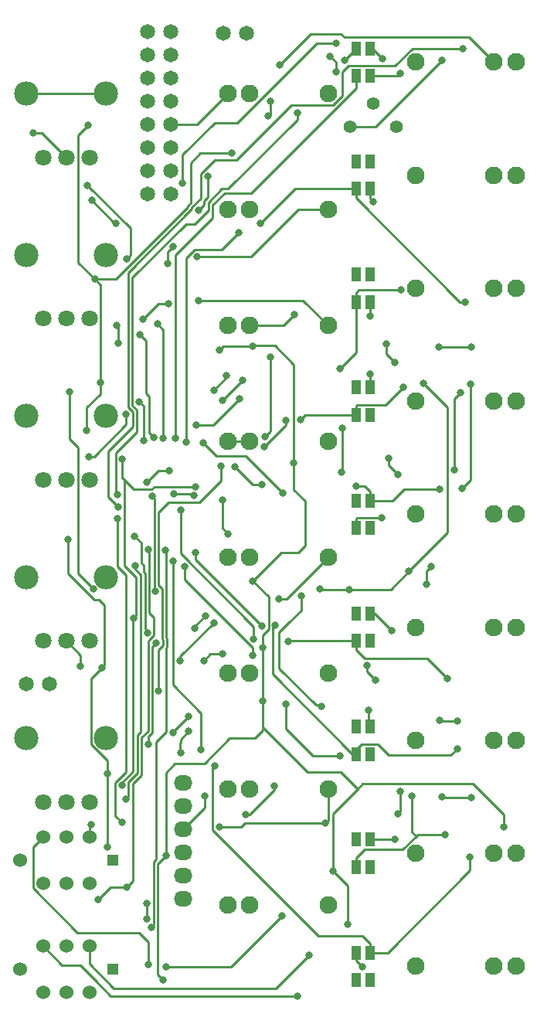
<source format=gbl>
G04 #@! TF.GenerationSoftware,KiCad,Pcbnew,(6.0.5-0)*
G04 #@! TF.CreationDate,2022-05-16T13:08:36-07:00*
G04 #@! TF.ProjectId,SCMplus,53434d70-6c75-4732-9e6b-696361645f70,rev?*
G04 #@! TF.SameCoordinates,PX85b6780PY82ed558*
G04 #@! TF.FileFunction,Copper,L2,Bot*
G04 #@! TF.FilePolarity,Positive*
%FSLAX46Y46*%
G04 Gerber Fmt 4.6, Leading zero omitted, Abs format (unit mm)*
G04 Created by KiCad (PCBNEW (6.0.5-0)) date 2022-05-16 13:08:36*
%MOMM*%
%LPD*%
G01*
G04 APERTURE LIST*
G04 #@! TA.AperFunction,ComponentPad*
%ADD10C,1.651000*%
G04 #@! TD*
G04 #@! TA.AperFunction,ComponentPad*
%ADD11C,1.397000*%
G04 #@! TD*
G04 #@! TA.AperFunction,ComponentPad*
%ADD12O,2.032000X1.727200*%
G04 #@! TD*
G04 #@! TA.AperFunction,ComponentPad*
%ADD13C,1.930400*%
G04 #@! TD*
G04 #@! TA.AperFunction,ComponentPad*
%ADD14C,1.524000*%
G04 #@! TD*
G04 #@! TA.AperFunction,ComponentPad*
%ADD15R,1.270000X1.270000*%
G04 #@! TD*
G04 #@! TA.AperFunction,ComponentPad*
%ADD16C,1.803400*%
G04 #@! TD*
G04 #@! TA.AperFunction,ComponentPad*
%ADD17C,2.667000*%
G04 #@! TD*
G04 #@! TA.AperFunction,SMDPad,CuDef*
%ADD18R,1.100000X1.500000*%
G04 #@! TD*
G04 #@! TA.AperFunction,ViaPad*
%ADD19C,0.800000*%
G04 #@! TD*
G04 #@! TA.AperFunction,Conductor*
%ADD20C,0.250000*%
G04 #@! TD*
G04 APERTURE END LIST*
D10*
X-115457448Y46501280D03*
X-117997448Y46501280D03*
X-104658000Y117977000D03*
X-102118000Y117977000D03*
X-104658000Y115437000D03*
X-102118000Y115437000D03*
X-104658000Y112897000D03*
X-102118000Y112897000D03*
X-104658000Y110357000D03*
X-102118000Y110357000D03*
X-104658000Y107817000D03*
X-102118000Y107817000D03*
X-104658000Y105277000D03*
X-102118000Y105277000D03*
X-104658000Y102737000D03*
X-102118000Y102737000D03*
X-104658000Y100197000D03*
X-102118000Y100197000D03*
D11*
X-82468000Y107537000D03*
X-79928000Y110077000D03*
X-77388000Y107537000D03*
D12*
X-100748000Y35687000D03*
X-100748000Y33147000D03*
X-100748000Y30607000D03*
X-100748000Y28067000D03*
X-100748000Y25527000D03*
X-100748000Y22987000D03*
D10*
X-93838000Y117787000D03*
X-96378000Y117787000D03*
D13*
X-75297000Y102236500D03*
X-64324200Y102236500D03*
X-66737200Y102236500D03*
D14*
X-111060200Y24614100D03*
X-113600200Y24614100D03*
X-116140200Y24614100D03*
X-111060200Y29694100D03*
X-113600200Y29694100D03*
X-116140200Y29694100D03*
D15*
X-108520200Y27154100D03*
D14*
X-118680200Y27154100D03*
D13*
X-84898200Y111177300D03*
X-95871000Y111177300D03*
X-93458000Y111177300D03*
X-84898200Y85777300D03*
X-95871000Y85777300D03*
X-93458000Y85777300D03*
D16*
X-111060363Y68859057D03*
X-113600363Y68859057D03*
X-116140363Y68859057D03*
D17*
X-109206163Y75869457D03*
X-117994563Y75869457D03*
D18*
X-81830580Y29441500D03*
X-81830580Y26441500D03*
X-80330580Y26441500D03*
X-80330580Y29441500D03*
D13*
X-75297000Y89854000D03*
X-64324200Y89854000D03*
X-66737200Y89854000D03*
X-75297000Y77471500D03*
X-64324200Y77471500D03*
X-66737200Y77471500D03*
D16*
X-111060363Y86512057D03*
X-113600363Y86512057D03*
X-116140363Y86512057D03*
D17*
X-109206163Y93522457D03*
X-117994563Y93522457D03*
D16*
X-111060363Y33553057D03*
X-113600363Y33553057D03*
X-116140363Y33553057D03*
D17*
X-109206163Y40563457D03*
X-117994563Y40563457D03*
D13*
X-75297000Y15559000D03*
X-64324200Y15559000D03*
X-66737200Y15559000D03*
X-84898200Y47677300D03*
X-95871000Y47677300D03*
X-93458000Y47677300D03*
X-84898200Y22277300D03*
X-95871000Y22277300D03*
X-93458000Y22277300D03*
D14*
X-111060200Y12676100D03*
X-113600200Y12676100D03*
X-116140200Y12676100D03*
X-111060200Y17756100D03*
X-113600200Y17756100D03*
X-116140200Y17756100D03*
D15*
X-108520200Y15216100D03*
D14*
X-118680200Y15216100D03*
D13*
X-75297000Y114619000D03*
X-64324200Y114619000D03*
X-66737200Y114619000D03*
X-84898200Y60377300D03*
X-95871000Y60377300D03*
X-93458000Y60377300D03*
X-75297000Y27941500D03*
X-64324200Y27941500D03*
X-66737200Y27941500D03*
X-75297000Y52706500D03*
X-64324200Y52706500D03*
X-66737200Y52706500D03*
X-84898200Y73077300D03*
X-95871000Y73077300D03*
X-93458000Y73077300D03*
X-84898200Y34977300D03*
X-95871000Y34977300D03*
X-93458000Y34977300D03*
D18*
X-81830580Y78971500D03*
X-81830580Y75971500D03*
X-80330580Y75971500D03*
X-80330580Y78971500D03*
D16*
X-111060363Y51206057D03*
X-113600363Y51206057D03*
X-116140363Y51206057D03*
D17*
X-109206163Y58216457D03*
X-117994563Y58216457D03*
D18*
X-81830580Y116119000D03*
X-81830580Y113119000D03*
X-80330580Y113119000D03*
X-80330580Y116119000D03*
D16*
X-111060363Y104165057D03*
X-113600363Y104165057D03*
X-116140363Y104165057D03*
D17*
X-109206163Y111175457D03*
X-117994563Y111175457D03*
D18*
X-81830580Y91354000D03*
X-81830580Y88354000D03*
X-80330580Y88354000D03*
X-80330580Y91354000D03*
X-81830580Y54206500D03*
X-81830580Y51206500D03*
X-80330580Y51206500D03*
X-80330580Y54206500D03*
D13*
X-75297000Y40324000D03*
X-64324200Y40324000D03*
X-66737200Y40324000D03*
D18*
X-81830580Y103736500D03*
X-81830580Y100736500D03*
X-80330580Y100736500D03*
X-80330580Y103736500D03*
X-80330580Y63589000D03*
X-80330580Y66589000D03*
X-81830580Y66589000D03*
X-81830580Y63589000D03*
X-81830580Y41824000D03*
X-81830580Y38824000D03*
X-80330580Y38824000D03*
X-80330580Y41824000D03*
D13*
X-75297000Y65089000D03*
X-64324200Y65089000D03*
X-66737200Y65089000D03*
X-84898200Y98477300D03*
X-95871000Y98477300D03*
X-93458000Y98477300D03*
D18*
X-80330580Y14059000D03*
X-80330580Y17059000D03*
X-81830580Y17059000D03*
X-81830580Y14059000D03*
D19*
X-96439000Y49802000D03*
X-98519000Y49058000D03*
X-109875000Y79520000D03*
X-105491000Y84730000D03*
X-74144000Y57415000D03*
X-73641000Y59398000D03*
X-72398000Y34117000D03*
X-98358000Y53987000D03*
X-101913896Y41136300D03*
X-94255173Y79732105D03*
X-96428000Y77577000D03*
X-98428000Y34227000D03*
X-72388000Y114837000D03*
X-69208000Y34077000D03*
X-72778000Y83367000D03*
X-69238000Y83447000D03*
X-99518000Y52607000D03*
X-100180655Y42939521D03*
X-99248000Y93327000D03*
X-108138000Y96957000D03*
X-110808000Y99467000D03*
X-90248000Y55827000D03*
X-105218000Y86457000D03*
X-108048000Y85767000D03*
X-102418000Y88177000D03*
X-99118000Y88517000D03*
X-107858000Y83817000D03*
X-102638000Y15537000D03*
X-104618000Y15787000D03*
X-89958000Y21127000D03*
X-110855839Y31122500D03*
X-96798000Y30797000D03*
X-85158000Y31217000D03*
X-88228000Y12327000D03*
X-86988000Y16757000D03*
X-107918000Y65877000D03*
X-70108000Y116097000D03*
X-106998000Y24197000D03*
X-104628000Y61237000D03*
X-110068000Y22847000D03*
X-102938000Y73457000D03*
X-111258000Y101127000D03*
X-106978151Y93037151D03*
X-103578000Y85917000D03*
X-104028000Y73517000D03*
X-102729489Y61166234D03*
X-104292500Y19837000D03*
X-105081309Y73205200D03*
X-105565000Y77416000D03*
X-108008000Y67217000D03*
X-88238000Y109037000D03*
X-104748000Y68577000D03*
X-102288000Y69867000D03*
X-103794969Y56627000D03*
X-104198000Y67057000D03*
X-103453989Y45722500D03*
X-96598000Y70367000D03*
X-93118000Y57787000D03*
X-92088000Y44657000D03*
X-93178000Y83467000D03*
X-84378000Y26047000D03*
X-88638000Y70667000D03*
X-96790701Y83059701D03*
X-82728000Y20187000D03*
X-92088000Y50437000D03*
X-102958000Y14037000D03*
X-65678000Y30837000D03*
X-98078000Y102117000D03*
X-91228000Y110347000D03*
X-99088000Y98397000D03*
X-102678000Y27687000D03*
X-91428000Y108707000D03*
X-101888000Y94397000D03*
X-110619087Y56897312D03*
X-113248000Y78507000D03*
X-95998000Y80237000D03*
X-100838000Y101347000D03*
X-102478000Y92537000D03*
X-103738389Y51017389D03*
X-84018000Y116647000D03*
X-97418000Y78677000D03*
X-104562000Y39875000D03*
X-109629496Y48312500D03*
X-95448000Y104627000D03*
X-111347000Y74248000D03*
X-111188000Y107707000D03*
X-109068000Y36687000D03*
X-104764085Y20718257D03*
X-110448000Y90827000D03*
X-74461378Y79421500D03*
X-101757039Y67345492D03*
X-85818000Y56867000D03*
X-109068000Y28637000D03*
X-104742011Y22487000D03*
X-82598000Y56857000D03*
X-113358000Y62307000D03*
X-99558000Y67131500D03*
X-76038000Y58847000D03*
X-92308000Y96917000D03*
X-94658000Y95947000D03*
X-69848000Y88337000D03*
X-100478000Y73017000D03*
X-77238000Y32297000D03*
X-80608000Y48557000D03*
X-78278000Y71247000D03*
X-79708000Y46917000D03*
X-77588000Y81697000D03*
X-78508000Y83717000D03*
X-77248000Y69417000D03*
X-76948000Y34747000D03*
X-95095399Y70274200D03*
X-83628000Y81027000D03*
X-76868000Y89667000D03*
X-83388000Y69667000D03*
X-83328000Y74557000D03*
X-92158000Y68337000D03*
X-91878000Y72467000D03*
X-89528000Y75407000D03*
X-87888000Y75487000D03*
X-76608000Y79007000D03*
X-83628000Y38597000D03*
X-89528000Y44317000D03*
X-75698000Y34197000D03*
X-93168000Y49647000D03*
X-100648000Y59357000D03*
X-72098000Y30017000D03*
X-70393677Y78428226D03*
X-71058000Y69907000D03*
X-97349846Y37543283D03*
X-101880300Y59934700D03*
X-98818000Y39337000D03*
X-69328000Y27497000D03*
X-70698000Y42397000D03*
X-72678000Y42527000D03*
X-84052347Y113547333D03*
X-84660299Y115219299D03*
X-90208000Y114327000D03*
X-107433500Y71102774D03*
X-91805299Y73564299D03*
X-91178000Y82307000D03*
X-99447597Y68124886D03*
X-88558000Y87007000D03*
X-106198000Y53667000D03*
X-107477510Y35387000D03*
X-81108000Y15487000D03*
X-77558000Y29497000D03*
X-80458000Y43587000D03*
X-77938000Y52327000D03*
X-78978000Y64727000D03*
X-80258000Y80437000D03*
X-80278000Y86767000D03*
X-79951000Y99299000D03*
X-78898000Y114987000D03*
X-76998000Y113357000D03*
X-83078000Y114817000D03*
X-101608000Y73377000D03*
X-93928000Y32167000D03*
X-96468000Y66637000D03*
X-85658000Y44077000D03*
X-87828000Y56187000D03*
X-95838102Y62961500D03*
X-90828000Y35347000D03*
X-70198000Y67917000D03*
X-81818000Y68177000D03*
X-98578000Y72897000D03*
X-69308000Y79337000D03*
X-89828000Y67377000D03*
X-72658000Y67857000D03*
X-89238000Y51167000D03*
X-101034000Y65514000D03*
X-93032774Y51366372D03*
X-71798000Y47087000D03*
X-70748000Y39387000D03*
X-99408000Y60857000D03*
X-92128498Y52817000D03*
X-90678000Y52917000D03*
X-107988000Y64637000D03*
X-107484843Y31322500D03*
X-106088000Y62667000D03*
X-104693990Y52110987D03*
X-107028000Y33857000D03*
X-106066913Y59480512D03*
X-100148000Y41327000D03*
X-101038000Y38927000D03*
X-117178000Y106847000D03*
X-94568000Y77747000D03*
X-111100000Y71428000D03*
X-107038000Y76037000D03*
X-99308000Y74877000D03*
X-112038000Y48467000D03*
X-97378000Y53207000D03*
X-101083000Y49037000D03*
D20*
X-110517000Y71428000D02*
X-111100000Y71428000D01*
X-107038000Y74907000D02*
X-110517000Y71428000D01*
X-107038000Y76037000D02*
X-107038000Y74907000D01*
X-104562000Y40767296D02*
X-104562000Y39875000D01*
X-104178490Y50577288D02*
X-104178489Y41150807D01*
X-103738389Y51017389D02*
X-104178490Y50577288D01*
X-104178489Y41150807D02*
X-104562000Y40767296D01*
X-96598000Y70367000D02*
X-96598000Y68782983D01*
X-96598000Y68782983D02*
X-98985998Y66394985D01*
X-98985998Y66394985D02*
X-102348377Y66394985D01*
X-102348377Y66394985D02*
X-103453989Y65289373D01*
X-103453989Y65289373D02*
X-103453989Y57310620D01*
X-103453989Y57310620D02*
X-103063499Y56920130D01*
X-103063499Y56920130D02*
X-103063499Y51367099D01*
X-103063499Y51367099D02*
X-103013888Y51317488D01*
X-103013888Y51317488D02*
X-103013888Y50717290D01*
X-103472141Y50259037D02*
X-103472141Y45740652D01*
X-103472141Y45740652D02*
X-103453989Y45722500D01*
X-103013888Y50717290D02*
X-103472141Y50259037D01*
X-101034000Y60767600D02*
X-101034000Y65514000D01*
X-93032774Y52766374D02*
X-101034000Y60767600D01*
X-93032774Y51366372D02*
X-93032774Y52766374D01*
X-101083000Y49502000D02*
X-101083000Y49037000D01*
X-97378000Y53207000D02*
X-101083000Y49502000D01*
X-96439000Y49802000D02*
X-97775000Y49802000D01*
X-97775000Y49802000D02*
X-98519000Y49058000D01*
X-110448000Y90827000D02*
X-109834152Y90213152D01*
X-109875000Y85963295D02*
X-109875000Y78256000D01*
X-109834152Y90213152D02*
X-109834152Y86004143D01*
X-111347000Y76784000D02*
X-111347000Y74248000D01*
X-109834152Y86004143D02*
X-109875000Y85963295D01*
X-109875000Y78256000D02*
X-111347000Y76784000D01*
X-105491000Y84730000D02*
X-104856000Y84095000D01*
X-104856000Y84095000D02*
X-104856000Y78318000D01*
X-104028000Y73517000D02*
X-104488000Y73977000D01*
X-104488000Y73977000D02*
X-104488000Y77950000D01*
X-104488000Y77950000D02*
X-104856000Y78318000D01*
X-105081309Y73205200D02*
X-105081309Y76932309D01*
X-105081309Y76932309D02*
X-105565000Y77416000D01*
X-88638000Y70667000D02*
X-88638000Y67757000D01*
X-89998000Y60907000D02*
X-93118000Y57787000D01*
X-88638000Y67757000D02*
X-87431500Y66550500D01*
X-87431500Y66550500D02*
X-87431500Y61667500D01*
X-87431500Y61667500D02*
X-88192000Y60907000D01*
X-88192000Y60907000D02*
X-89998000Y60907000D01*
X-74144000Y58895000D02*
X-73641000Y59398000D01*
X-74144000Y57415000D02*
X-74144000Y58895000D01*
X-71829992Y65228992D02*
X-71829992Y63055008D01*
X-71829992Y63055008D02*
X-76038000Y58847000D01*
X-80330580Y99678580D02*
X-79951000Y99299000D01*
X-80330580Y100736500D02*
X-80330580Y99678580D01*
X-99518000Y52607000D02*
X-99518000Y52827000D01*
X-98428000Y34227000D02*
X-98428000Y32927000D01*
X-69318000Y83367000D02*
X-69238000Y83447000D01*
X-94272895Y79732105D02*
X-94255173Y79732105D01*
X-99518000Y52827000D02*
X-98358000Y53987000D01*
X-80958000Y107537000D02*
X-82468000Y107537000D01*
X-80938000Y107557000D02*
X-80958000Y107537000D01*
X-72358000Y34077000D02*
X-69208000Y34077000D01*
X-72778000Y83367000D02*
X-69318000Y83367000D01*
X-96428000Y77577000D02*
X-94272895Y79732105D01*
X-72398000Y34117000D02*
X-72358000Y34077000D01*
X-100180655Y42939521D02*
X-101913896Y41206280D01*
X-109206163Y111175457D02*
X-117994563Y111175457D01*
X-79668000Y107557000D02*
X-80938000Y107557000D01*
X-101913896Y41206280D02*
X-101913896Y41136300D01*
X-99231300Y107817000D02*
X-95871000Y111177300D01*
X-72388000Y114837000D02*
X-79668000Y107557000D01*
X-102118000Y107817000D02*
X-99231300Y107817000D01*
X-95871005Y73077299D02*
X-93458005Y73077299D01*
X-98428000Y32927000D02*
X-100748000Y30607000D01*
X-108138000Y96957000D02*
X-108298000Y96957000D01*
X-93338000Y93327000D02*
X-99248000Y93327000D01*
X-108298000Y96957000D02*
X-110808000Y99467000D01*
X-91998000Y94667000D02*
X-93338000Y93327000D01*
X-84898200Y98477300D02*
X-88187700Y98477300D01*
X-88187700Y98477300D02*
X-91998000Y94667000D01*
X-89448500Y55827000D02*
X-84898200Y60377300D01*
X-90248000Y55827000D02*
X-89448500Y55827000D01*
X-107858000Y85577000D02*
X-108048000Y85767000D01*
X-105218000Y86457000D02*
X-103498000Y88177000D01*
X-99118000Y88517000D02*
X-87637900Y88517000D01*
X-107858000Y83817000D02*
X-107858000Y85577000D01*
X-87637900Y88517000D02*
X-84898200Y85777300D01*
X-103498000Y88177000D02*
X-102418000Y88177000D01*
X-116140200Y29694100D02*
X-117226711Y28607589D01*
X-112368000Y19267000D02*
X-107058000Y19267000D01*
X-105618000Y19267000D02*
X-104588000Y18237000D01*
X-104588000Y18237000D02*
X-104588000Y15817000D01*
X-107058000Y19267000D02*
X-105618000Y19267000D01*
X-102638000Y15537000D02*
X-95548000Y15537000D01*
X-117226711Y24125711D02*
X-112368000Y19267000D01*
X-95548000Y15537000D02*
X-89958000Y21127000D01*
X-104588000Y15817000D02*
X-104618000Y15787000D01*
X-117226711Y28607589D02*
X-117226711Y24125711D01*
X-111060200Y30918139D02*
X-110855839Y31122500D01*
X-94422600Y30797000D02*
X-96798000Y30797000D01*
X-84898200Y31476800D02*
X-84898200Y34977300D01*
X-85158000Y31217000D02*
X-84898200Y31476800D01*
X-85158000Y31217000D02*
X-94002600Y31217000D01*
X-111060200Y29694100D02*
X-111060200Y30918139D01*
X-94002600Y31217000D02*
X-94422600Y30797000D01*
X-108708000Y12327000D02*
X-88228000Y12327000D01*
X-116140200Y17756100D02*
X-114050249Y15666149D01*
X-110428000Y14047000D02*
X-108708000Y12327000D01*
X-112047149Y15666149D02*
X-110428000Y14047000D01*
X-114050249Y15666149D02*
X-112047149Y15666149D01*
X-90608000Y13137000D02*
X-86988000Y16757000D01*
X-111060200Y15837078D02*
X-108360122Y13137000D01*
X-108360122Y13137000D02*
X-90608000Y13137000D01*
X-111060200Y17756100D02*
X-111060200Y15837078D01*
X-82666889Y114193511D02*
X-77561489Y114193511D01*
X-106793499Y76817099D02*
X-106793499Y91561501D01*
X-98847511Y99662089D02*
X-98847511Y102372103D01*
X-88957411Y109887589D02*
X-84363983Y109887589D01*
X-75658000Y116097000D02*
X-70108000Y116097000D01*
X-99812501Y98542499D02*
X-99812501Y98697099D01*
X-98847511Y102372103D02*
X-97322614Y103897000D01*
X-83328000Y113532400D02*
X-82666889Y114193511D01*
X-97322614Y103897000D02*
X-94948000Y103897000D01*
X-77561489Y114193511D02*
X-75658000Y116097000D01*
X-106313499Y76337099D02*
X-106793499Y76817099D01*
X-108988000Y66947000D02*
X-108988000Y71982400D01*
X-99812501Y98697099D02*
X-98847511Y99662089D01*
X-108988000Y71982400D02*
X-106313499Y74656901D01*
X-84363983Y109887589D02*
X-83328000Y110923572D01*
X-94948000Y103897000D02*
X-88957411Y109887589D01*
X-107918000Y65877000D02*
X-108988000Y66947000D01*
X-106793499Y91561501D02*
X-99812501Y98542499D01*
X-83328000Y110923572D02*
X-83328000Y113532400D01*
X-106313499Y74656901D02*
X-106313499Y76337099D01*
X-104628000Y41337000D02*
X-104628000Y51192418D01*
X-105348979Y36532320D02*
X-105348978Y40616022D01*
X-105348978Y40616022D02*
X-104628000Y41337000D01*
X-103969489Y51810888D02*
X-103969489Y52411086D01*
X-104003555Y53782507D02*
X-104519468Y54298420D01*
X-104003555Y52445152D02*
X-104003555Y53782507D01*
X-106303499Y24891501D02*
X-106303499Y35577800D01*
X-108718000Y24197000D02*
X-110068000Y22847000D01*
X-104393891Y51386486D02*
X-103969489Y51810888D01*
X-104433932Y51386486D02*
X-104393891Y51386486D01*
X-104519468Y54298420D02*
X-104519469Y58815581D01*
X-104529469Y61138469D02*
X-104628000Y61237000D01*
X-106998000Y24197000D02*
X-108718000Y24197000D01*
X-104519469Y58815581D02*
X-104529469Y58825581D01*
X-106303499Y35577800D02*
X-105348979Y36532320D01*
X-104628000Y51192418D02*
X-104433932Y51386486D01*
X-103969489Y52411086D02*
X-104003555Y52445152D01*
X-104529469Y58825581D02*
X-104529469Y61138469D01*
X-106998000Y24197000D02*
X-106303499Y24891501D01*
X-111258000Y101127000D02*
X-106548000Y96417000D01*
X-102938000Y85277000D02*
X-103578000Y85917000D01*
X-102938000Y73457000D02*
X-102938000Y85277000D01*
X-106548000Y96417000D02*
X-106548000Y93467302D01*
X-106548000Y93467302D02*
X-106978151Y93037151D01*
X-102564388Y51503692D02*
X-102564387Y50531107D01*
X-103747511Y40138263D02*
X-103747511Y27253193D01*
X-104017510Y26610806D02*
X-104017511Y20111989D01*
X-102564387Y50531107D02*
X-102633989Y50461505D01*
X-102613988Y61050733D02*
X-102613988Y51553292D01*
X-103747511Y27253193D02*
X-104017511Y26983193D01*
X-104017511Y26983193D02*
X-104017510Y26610806D01*
X-102613988Y51553292D02*
X-102564388Y51503692D01*
X-102633989Y50461505D02*
X-102633989Y41251785D01*
X-102729489Y61166234D02*
X-102613988Y61050733D01*
X-104017511Y20111989D02*
X-104292500Y19837000D01*
X-102633989Y41251785D02*
X-103747511Y40138263D01*
X-99468000Y96907000D02*
X-98007511Y98367489D01*
X-106328000Y89237000D02*
X-106328000Y90987000D01*
X-100408000Y96907000D02*
X-99468000Y96907000D01*
X-105863989Y74090707D02*
X-108158000Y71796696D01*
X-106328000Y76987304D02*
X-105863989Y76523293D01*
X-106328000Y89237000D02*
X-106328000Y76987304D01*
X-105863989Y76523293D02*
X-105863989Y74090707D01*
X-108158000Y67367000D02*
X-108008000Y67217000D01*
X-96528490Y100726510D02*
X-95848490Y100726510D01*
X-88238000Y108337000D02*
X-88238000Y109037000D01*
X-95848490Y100726510D02*
X-88238000Y108337000D01*
X-106328000Y90987000D02*
X-100408000Y96907000D01*
X-98007511Y98367489D02*
X-98007511Y99247489D01*
X-98007511Y99247489D02*
X-96528490Y100726510D01*
X-108158000Y71796696D02*
X-108158000Y67367000D01*
X-102288000Y69867000D02*
X-103458000Y69867000D01*
X-103903499Y56735530D02*
X-103794969Y56627000D01*
X-103458000Y69867000D02*
X-104748000Y68577000D01*
X-104198000Y67057000D02*
X-103903499Y66762499D01*
X-103903499Y66762499D02*
X-103903499Y56735530D01*
X-88638000Y70667000D02*
X-88638000Y81447000D01*
X-95658000Y40547000D02*
X-92928000Y40547000D01*
X-102678000Y27687000D02*
X-103568000Y26797000D01*
X-88638000Y81447000D02*
X-90728000Y83537000D01*
X-103568000Y14647000D02*
X-102958000Y14037000D01*
X-91403997Y52516901D02*
X-91403997Y56072997D01*
X-98457022Y99027978D02*
X-99088000Y98397000D01*
X-98398000Y37807000D02*
X-95658000Y40547000D01*
X-87188000Y36827000D02*
X-83498000Y36827000D01*
X-84378000Y32287000D02*
X-84378000Y26047000D01*
X-92088000Y51832898D02*
X-91403997Y52516901D01*
X-91403997Y56072997D02*
X-93118000Y57787000D01*
X-91228000Y110347000D02*
X-91228000Y108907000D01*
X-92088000Y41727000D02*
X-87188000Y36827000D01*
X-84378000Y26047000D02*
X-82728000Y24397000D01*
X-96383402Y83467000D02*
X-96790701Y83059701D01*
X-91228000Y108907000D02*
X-91428000Y108707000D01*
X-103568000Y26797000D02*
X-103568000Y14647000D01*
X-90728000Y83537000D02*
X-93108000Y83537000D01*
X-102678000Y27687000D02*
X-102678000Y36797000D01*
X-81133499Y35531501D02*
X-69002501Y35531501D01*
X-92088000Y41387000D02*
X-92088000Y44657000D01*
X-93178000Y83467000D02*
X-96383402Y83467000D01*
X-98078000Y102117000D02*
X-98078000Y99812704D01*
X-98457022Y99433682D02*
X-98457022Y99027978D01*
X-81668000Y34997000D02*
X-84378000Y32287000D01*
X-83498000Y36827000D02*
X-81668000Y34997000D01*
X-81668000Y34997000D02*
X-81133499Y35531501D01*
X-92928000Y40547000D02*
X-92088000Y41387000D01*
X-101668000Y37807000D02*
X-98398000Y37807000D01*
X-93108000Y83537000D02*
X-93178000Y83467000D01*
X-92088000Y50437000D02*
X-92088000Y51832898D01*
X-102678000Y36797000D02*
X-101668000Y37807000D01*
X-69002501Y35531501D02*
X-65678000Y32207000D01*
X-92088000Y44657000D02*
X-92088000Y41727000D01*
X-65678000Y32207000D02*
X-65678000Y30837000D01*
X-92088000Y44657000D02*
X-92088000Y50437000D01*
X-98078000Y99812704D02*
X-98457022Y99433682D01*
X-82728000Y24397000D02*
X-82728000Y20187000D01*
X-113248000Y73367000D02*
X-113248000Y78507000D01*
X-94834372Y107977000D02*
X-86164372Y116647000D01*
X-97348000Y107977000D02*
X-94834372Y107977000D01*
X-95998000Y80097000D02*
X-97418000Y78677000D01*
X-100838000Y101347000D02*
X-100838000Y104487000D01*
X-110619087Y56897312D02*
X-112286574Y58564799D01*
X-112286574Y58564799D02*
X-112286574Y72405574D01*
X-101888000Y94397000D02*
X-102478000Y93807000D01*
X-102478000Y93807000D02*
X-102478000Y92537000D01*
X-86164372Y116647000D02*
X-84018000Y116647000D01*
X-112286574Y72405574D02*
X-113248000Y73367000D01*
X-100838000Y104487000D02*
X-97348000Y107977000D01*
X-95998000Y80237000D02*
X-95998000Y80097000D01*
X-112286574Y92665574D02*
X-112286574Y106608426D01*
X-71829992Y65228992D02*
X-71829992Y76790114D01*
X-99968000Y103557000D02*
X-98898000Y104627000D01*
X-110028000Y55747000D02*
X-109438000Y55157000D01*
X-113358000Y58611625D02*
X-113358000Y62307000D01*
X-109629496Y48312500D02*
X-110864174Y47077822D01*
X-99968000Y99177304D02*
X-99968000Y103557000D01*
X-100262011Y98883293D02*
X-99968000Y99177304D01*
X-109438000Y55157000D02*
X-109438000Y48503996D01*
X-109068000Y38080511D02*
X-109068000Y36687000D01*
X-110028000Y55747000D02*
X-110493375Y55747000D01*
X-82598000Y56857000D02*
X-85833898Y56857000D01*
X-108163704Y90827000D02*
X-100262012Y98728692D01*
X-100262012Y98728692D02*
X-100262011Y98883293D01*
X-99558000Y67131500D02*
X-99771992Y67345492D01*
X-110493375Y55747000D02*
X-113358000Y58611625D01*
X-104742011Y22487000D02*
X-104742011Y20740331D01*
X-110448000Y90827000D02*
X-108163704Y90827000D01*
X-112286574Y106608426D02*
X-111188000Y107707000D01*
X-104742011Y20740331D02*
X-104764085Y20718257D01*
X-110864174Y47077822D02*
X-110864174Y39876685D01*
X-109438000Y48503996D02*
X-109629496Y48312500D01*
X-85833898Y56857000D02*
X-85828000Y56857000D01*
X-98898000Y104627000D02*
X-95448000Y104627000D01*
X-110864174Y39876685D02*
X-109068000Y38080511D01*
X-109068000Y36687000D02*
X-109068000Y28637000D01*
X-110448000Y90827000D02*
X-112286574Y92665574D01*
X-85828000Y56857000D02*
X-85818000Y56867000D01*
X-99771992Y67345492D02*
X-101757039Y67345492D01*
X-78028000Y56857000D02*
X-76038000Y58847000D01*
X-71829992Y76790114D02*
X-74461378Y79421500D01*
X-82598000Y56857000D02*
X-78028000Y56857000D01*
X-81830580Y99736500D02*
X-70431080Y88337000D01*
X-100478000Y93121600D02*
X-99548099Y94051501D01*
X-88488500Y100736500D02*
X-81830580Y100736500D01*
X-81830580Y100736500D02*
X-81830580Y99736500D01*
X-100478000Y73017000D02*
X-100478000Y93121600D01*
X-92308000Y96917000D02*
X-88488500Y100736500D01*
X-99548099Y94051501D02*
X-96553499Y94051501D01*
X-96553499Y94051501D02*
X-94658000Y95947000D01*
X-70431080Y88337000D02*
X-69848000Y88337000D01*
X-77238000Y32297000D02*
X-76948000Y32587000D01*
X-78278000Y71247000D02*
X-78278000Y70447000D01*
X-76948000Y32587000D02*
X-76948000Y34747000D01*
X-78278000Y70447000D02*
X-77248000Y69417000D01*
X-80608000Y47817000D02*
X-79708000Y46917000D01*
X-80608000Y48557000D02*
X-80608000Y47817000D01*
X-78508000Y83717000D02*
X-78508000Y82617000D01*
X-78508000Y82617000D02*
X-77588000Y81697000D01*
X-81830580Y82824420D02*
X-81830580Y88354000D01*
X-92158000Y68337000D02*
X-93158199Y68337000D01*
X-83388000Y69667000D02*
X-83328000Y69727000D01*
X-83328000Y69727000D02*
X-83328000Y74557000D01*
X-93158199Y68337000D02*
X-95095399Y70274200D01*
X-81830580Y89354000D02*
X-81517580Y89667000D01*
X-81830580Y88354000D02*
X-81830580Y89354000D01*
X-81517580Y89667000D02*
X-76868000Y89667000D01*
X-83628000Y81027000D02*
X-81830580Y82824420D01*
X-81756069Y77046011D02*
X-78568989Y77046011D01*
X-89528000Y74817000D02*
X-89528000Y75407000D01*
X-81830580Y75971500D02*
X-81830580Y76971500D01*
X-87888000Y75487000D02*
X-87403500Y75971500D01*
X-78568989Y77046011D02*
X-76608000Y79007000D01*
X-81830580Y76971500D02*
X-81756069Y77046011D01*
X-91878000Y72467000D02*
X-89528000Y74817000D01*
X-87403500Y75971500D02*
X-81830580Y75971500D01*
X-75698000Y34197000D02*
X-75698000Y30257000D01*
X-86578000Y38597000D02*
X-83628000Y38597000D01*
X-80915080Y28357000D02*
X-76705428Y28357000D01*
X-81830580Y27441500D02*
X-80915080Y28357000D01*
X-100648000Y57957000D02*
X-95688000Y52997000D01*
X-93168000Y50477000D02*
X-93168000Y49647000D01*
X-75251714Y29810714D02*
X-75045428Y30017000D01*
X-76705428Y28357000D02*
X-75251714Y29810714D01*
X-89528000Y44317000D02*
X-89528000Y41547000D01*
X-75698000Y30257000D02*
X-75251714Y29810714D01*
X-89528000Y41547000D02*
X-86578000Y38597000D01*
X-81830580Y26441500D02*
X-81830580Y27441500D01*
X-75045428Y30017000D02*
X-72098000Y30017000D01*
X-100648000Y59357000D02*
X-100648000Y57957000D01*
X-95688000Y52997000D02*
X-93168000Y50477000D01*
X-71058000Y77763903D02*
X-71058000Y69907000D01*
X-70393677Y78428226D02*
X-71058000Y77763903D01*
X-97522501Y30496901D02*
X-85928000Y18902400D01*
X-78381558Y17059000D02*
X-69328000Y26112558D01*
X-101880300Y46379300D02*
X-101880300Y59934700D01*
X-98818000Y39337000D02*
X-98818000Y43317000D01*
X-85928000Y18902400D02*
X-81173980Y18902400D01*
X-80330580Y17059000D02*
X-78381558Y17059000D01*
X-97522501Y37370628D02*
X-97522501Y30496901D01*
X-98818000Y43317000D02*
X-101880300Y46379300D01*
X-97349846Y37543283D02*
X-97522501Y37370628D01*
X-81173980Y18902400D02*
X-80330580Y18059000D01*
X-80330580Y18059000D02*
X-80330580Y17059000D01*
X-69328000Y27497000D02*
X-69328000Y26112558D01*
X-70698000Y42397000D02*
X-72548000Y42397000D01*
X-72548000Y42397000D02*
X-72678000Y42527000D01*
X-84660299Y115219299D02*
X-84052347Y114611347D01*
X-84052347Y114611347D02*
X-84052347Y113547333D01*
X-83473000Y117722000D02*
X-86813000Y117722000D01*
X-69578000Y117357000D02*
X-83108000Y117357000D01*
X-83108000Y117357000D02*
X-83473000Y117722000D01*
X-66737200Y114619000D02*
X-69475200Y117357000D01*
X-69475200Y117357000D02*
X-69578000Y117357000D01*
X-86813000Y117722000D02*
X-90208000Y114327000D01*
X-107488000Y69087000D02*
X-107488000Y71048274D01*
X-106248000Y53617000D02*
X-106248000Y36904707D01*
X-93458000Y85777300D02*
X-89787700Y85777300D01*
X-91178000Y82307000D02*
X-91178000Y74191598D01*
X-106228000Y67827000D02*
X-104238000Y67827000D01*
X-107173499Y68772499D02*
X-107173499Y59462499D01*
X-107488000Y71048274D02*
X-107433500Y71102774D01*
X-106198000Y53667000D02*
X-106248000Y53617000D01*
X-104238000Y67827000D02*
X-103940114Y68124886D01*
X-105908000Y53957000D02*
X-106198000Y53667000D01*
X-107488000Y69087000D02*
X-106228000Y67827000D01*
X-91178000Y74191598D02*
X-91805299Y73564299D01*
X-107488000Y69087000D02*
X-107173499Y68772499D01*
X-106248000Y36904707D02*
X-107477510Y35675197D01*
X-107477510Y35675197D02*
X-107477510Y35387000D01*
X-105908000Y58197000D02*
X-105908000Y53957000D01*
X-107173499Y59462499D02*
X-105908000Y58197000D01*
X-89787700Y85777300D02*
X-88558000Y87007000D01*
X-103940114Y68124886D02*
X-99447597Y68124886D01*
X-81830580Y17059000D02*
X-81830580Y16209580D01*
X-81830580Y16209580D02*
X-81108000Y15487000D01*
X-77613500Y29441500D02*
X-80330580Y29441500D01*
X-77558000Y29497000D02*
X-77613500Y29441500D01*
X-80458000Y41951420D02*
X-80330580Y41824000D01*
X-80458000Y43587000D02*
X-80458000Y41951420D01*
X-79817500Y54206500D02*
X-77938000Y52327000D01*
X-80330580Y54206500D02*
X-79817500Y54206500D01*
X-81692580Y64727000D02*
X-81830580Y64589000D01*
X-81830580Y64589000D02*
X-81830580Y63589000D01*
X-78978000Y64727000D02*
X-81692580Y64727000D01*
X-80258000Y79044080D02*
X-80330580Y78971500D01*
X-80258000Y80437000D02*
X-80258000Y79044080D01*
X-80278000Y88301420D02*
X-80330580Y88354000D01*
X-80278000Y86767000D02*
X-80278000Y88301420D01*
X-80330580Y116119000D02*
X-80030000Y116119000D01*
X-80030000Y116119000D02*
X-78898000Y114987000D01*
X-77236000Y113119000D02*
X-76998000Y113357000D01*
X-80330580Y113119000D02*
X-77236000Y113119000D01*
X-81830580Y116119000D02*
X-81830580Y116064420D01*
X-81830580Y116064420D02*
X-83078000Y114817000D01*
X-96238000Y100277000D02*
X-93338868Y100277000D01*
X-97558000Y97545794D02*
X-97558000Y98957000D01*
X-81830580Y111785288D02*
X-81830580Y113119000D01*
X-101608000Y73377000D02*
X-101658000Y73427000D01*
X-93338868Y100277000D02*
X-81830580Y111785288D01*
X-101658000Y93445794D02*
X-97558000Y97545794D01*
X-97558000Y98957000D02*
X-96238000Y100277000D01*
X-101658000Y73427000D02*
X-101658000Y93445794D01*
X-96468000Y63591398D02*
X-95838102Y62961500D01*
X-93538000Y32227000D02*
X-93868000Y32227000D01*
X-89138000Y53247000D02*
X-90238000Y52147000D01*
X-90238000Y48217000D02*
X-86198000Y44177000D01*
X-96468000Y66637000D02*
X-96468000Y63591398D01*
X-90238000Y51837000D02*
X-90238000Y48217000D01*
X-85758000Y44177000D02*
X-85658000Y44077000D01*
X-93868000Y32227000D02*
X-93928000Y32167000D01*
X-90238000Y52147000D02*
X-90238000Y51837000D01*
X-87828000Y56187000D02*
X-87828000Y54557000D01*
X-86198000Y44177000D02*
X-85758000Y44177000D01*
X-87828000Y54557000D02*
X-89138000Y53247000D01*
X-90828000Y34937000D02*
X-93538000Y32227000D01*
X-90828000Y35347000D02*
X-90828000Y34937000D01*
X-69308000Y68807000D02*
X-70198000Y67917000D01*
X-80330580Y66589000D02*
X-80330580Y67589000D01*
X-93938000Y71487000D02*
X-89828000Y67377000D01*
X-72658000Y67857000D02*
X-76548000Y67857000D01*
X-80330580Y66589000D02*
X-77816000Y66589000D01*
X-76548000Y67857000D02*
X-77413000Y66992000D01*
X-69308000Y79337000D02*
X-69308000Y68807000D01*
X-97168000Y71487000D02*
X-93938000Y71487000D01*
X-77816000Y66589000D02*
X-77413000Y66992000D01*
X-80918580Y68177000D02*
X-81818000Y68177000D01*
X-98578000Y72897000D02*
X-97168000Y71487000D01*
X-80330580Y67589000D02*
X-80918580Y68177000D01*
X-73992501Y49281501D02*
X-80905581Y49281501D01*
X-81830580Y50206500D02*
X-81830580Y51206500D01*
X-89198500Y51206500D02*
X-89238000Y51167000D01*
X-80905581Y49281501D02*
X-81830580Y50206500D01*
X-81830580Y51206500D02*
X-89198500Y51206500D01*
X-71798000Y47087000D02*
X-73992501Y49281501D01*
X-99408000Y60857000D02*
X-99408000Y60096502D01*
X-71458000Y38677000D02*
X-70748000Y39387000D01*
X-81830580Y38824000D02*
X-82195000Y38824000D01*
X-81830580Y39273022D02*
X-81205091Y39898511D01*
X-79456069Y39898511D02*
X-78234558Y38677000D01*
X-81205091Y39898511D02*
X-79456069Y39898511D01*
X-90928000Y52667000D02*
X-90678000Y52917000D01*
X-99408000Y60096502D02*
X-92128498Y52817000D01*
X-81830580Y38824000D02*
X-81830580Y39273022D01*
X-78234558Y38677000D02*
X-71458000Y38677000D01*
X-82195000Y38824000D02*
X-90928000Y47557000D01*
X-90928000Y47557000D02*
X-90928000Y52667000D01*
X-108202011Y32039668D02*
X-107484843Y31322500D01*
X-107068000Y58423077D02*
X-107068000Y36821110D01*
X-107988000Y64637000D02*
X-107988000Y59343077D01*
X-108202011Y35687099D02*
X-108202011Y32039668D01*
X-107988000Y59343077D02*
X-107068000Y58423077D01*
X-107068000Y36821110D02*
X-108202011Y35687099D01*
X-106088000Y62667000D02*
X-105389286Y61968286D01*
X-104693990Y52245326D02*
X-104693990Y52110987D01*
X-105088979Y59452579D02*
X-105088979Y58749387D01*
X-105389286Y59752886D02*
X-105088979Y59452579D01*
X-104968980Y52520316D02*
X-104693990Y52245326D01*
X-104968979Y58629387D02*
X-104968980Y52520316D01*
X-105389286Y61968286D02*
X-105389286Y59752886D01*
X-105088979Y58749387D02*
X-104968979Y58629387D01*
X-105798489Y40866511D02*
X-105798490Y36718513D01*
X-105418490Y41246510D02*
X-105798489Y40866511D01*
X-105798490Y36718513D02*
X-106753010Y35763993D01*
X-106066913Y59480512D02*
X-106066913Y59091617D01*
X-105418490Y58443194D02*
X-105418490Y41246510D01*
X-106753010Y35763993D02*
X-106753010Y34131990D01*
X-106753010Y34131990D02*
X-107028000Y33857000D01*
X-106066913Y59091617D02*
X-105418490Y58443194D01*
X-101088000Y40047000D02*
X-101088000Y38977000D01*
X-101048000Y40427000D02*
X-100148000Y41327000D01*
X-101048000Y40067000D02*
X-101048000Y40427000D01*
X-101088000Y38977000D02*
X-101038000Y38927000D01*
X-116282306Y106847000D02*
X-117178000Y106847000D01*
X-113600363Y104165057D02*
X-116282306Y106847000D01*
X-94568000Y77747000D02*
X-97438000Y74877000D01*
X-97438000Y74877000D02*
X-99308000Y74877000D01*
X-112038000Y48467000D02*
X-112038000Y49643694D01*
X-112038000Y49643694D02*
X-113600363Y51206057D01*
M02*

</source>
